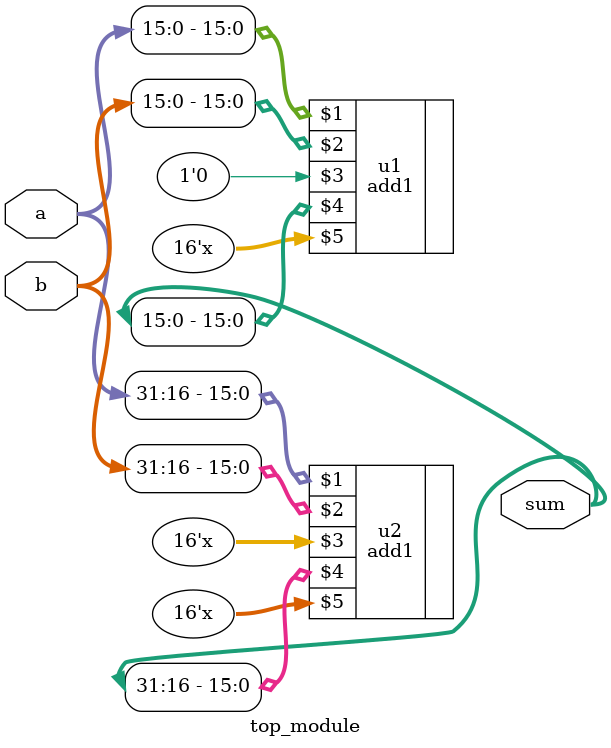
<source format=v>
module top_module (
    input [31:0] a,
    input [31:0] b,
    output [31:0] sum
    // Insert your code here
);//

    add1 u1 (a[15:0], b[15:0], 1'b0, sum[15:0], cout[15:0]);
    add1 u2 (a[31:16], b[31:16], cout[15:0], sum[31:16], cout[31:16]);

endmodule
</source>
